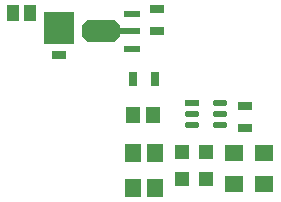
<source format=gbr>
G04*
G04 #@! TF.GenerationSoftware,Altium Limited,Altium Designer,25.8.1 (18)*
G04*
G04 Layer_Color=8421504*
%FSLAX25Y25*%
%MOIN*%
G70*
G04*
G04 #@! TF.SameCoordinates,A2030EB1-7BB1-480F-B386-6677E5CB5BAE*
G04*
G04*
G04 #@! TF.FilePolarity,Positive*
G04*
G01*
G75*
%ADD13R,0.05118X0.02756*%
%ADD14R,0.05512X0.02362*%
%ADD15R,0.10000X0.10512*%
%ADD16R,0.03937X0.05315*%
%ADD17R,0.02756X0.05118*%
%ADD18R,0.06496X0.05512*%
%ADD19R,0.04528X0.04528*%
G04:AMPARAMS|DCode=20|XSize=48.81mil|YSize=20.7mil|CornerRadius=10.35mil|HoleSize=0mil|Usage=FLASHONLY|Rotation=0.000|XOffset=0mil|YOffset=0mil|HoleType=Round|Shape=RoundedRectangle|*
%AMROUNDEDRECTD20*
21,1,0.04881,0.00000,0,0,0.0*
21,1,0.02811,0.02070,0,0,0.0*
1,1,0.02070,0.01405,0.00000*
1,1,0.02070,-0.01405,0.00000*
1,1,0.02070,-0.01405,0.00000*
1,1,0.02070,0.01405,0.00000*
%
%ADD20ROUNDEDRECTD20*%
%ADD21R,0.07087X0.02362*%
G04:AMPARAMS|DCode=22|XSize=74.8mil|YSize=125.98mil|CornerRadius=0mil|HoleSize=0mil|Usage=FLASHONLY|Rotation=270.000|XOffset=0mil|YOffset=0mil|HoleType=Round|Shape=Octagon|*
%AMOCTAGOND22*
4,1,8,0.06299,0.01870,0.06299,-0.01870,0.04429,-0.03740,-0.04429,-0.03740,-0.06299,-0.01870,-0.06299,0.01870,-0.04429,0.03740,0.04429,0.03740,0.06299,0.01870,0.0*
%
%ADD22OCTAGOND22*%

%ADD23R,0.05000X0.03000*%
%ADD24R,0.05512X0.06102*%
%ADD25R,0.04881X0.02070*%
%ADD26R,0.04743X0.05363*%
D13*
X388546Y396000D02*
D03*
Y403480D02*
D03*
X418000Y371240D02*
D03*
Y363760D02*
D03*
D14*
X380505Y401906D02*
D03*
Y390094D02*
D03*
D15*
X355900Y397270D02*
D03*
D16*
X346453Y402201D02*
D03*
X340547D02*
D03*
D17*
X388046Y380000D02*
D03*
X380565D02*
D03*
D18*
X414275Y345258D02*
D03*
Y355494D02*
D03*
X424500Y345161D02*
D03*
Y355397D02*
D03*
D19*
X405000Y355987D02*
D03*
X397000Y355986D02*
D03*
X405000Y346735D02*
D03*
X397000Y346734D02*
D03*
D20*
X400411Y368574D02*
D03*
X409589Y372314D02*
D03*
X400411Y364834D02*
D03*
X409589D02*
D03*
Y368574D02*
D03*
D21*
X379718Y396000D02*
D03*
D22*
X369875D02*
D03*
D23*
X356000Y388015D02*
D03*
D24*
X380565Y343811D02*
D03*
X388046D02*
D03*
X388046Y355397D02*
D03*
X380565D02*
D03*
D25*
X400411Y372314D02*
D03*
D26*
X387265Y368046D02*
D03*
X380566D02*
D03*
M02*

</source>
